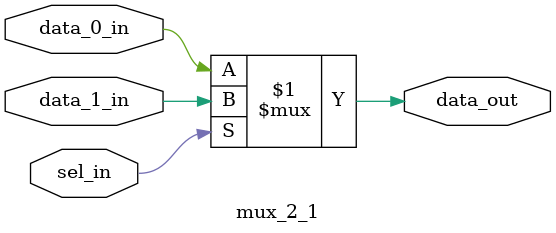
<source format=v>
module mux_2_1 
(
	input data_0_in,
	input data_1_in,
	input sel_in,
	output wire data_out
);

assign data_out = (sel_in)? data_1_in: data_0_in;

endmodule
</source>
